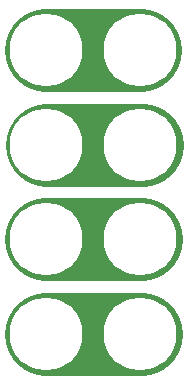
<source format=gto>
%TF.GenerationSoftware,KiCad,Pcbnew,4.0.5-e0-6337~49~ubuntu16.04.1*%
%TF.CreationDate,2017-02-13T23:43:22-08:00*%
%TF.ProjectId,2x4-Cap-Touch-Slider,3278342D4361702D546F7563682D536C,1.0*%
%TF.FileFunction,Legend,Top*%
%FSLAX46Y46*%
G04 Gerber Fmt 4.6, Leading zero omitted, Abs format (unit mm)*
G04 Created by KiCad (PCBNEW 4.0.5-e0-6337~49~ubuntu16.04.1) date Mon Feb 13 23:43:22 2017*
%MOMM*%
%LPD*%
G01*
G04 APERTURE LIST*
%ADD10C,0.350000*%
%ADD11C,7.000000*%
%ADD12C,6.152400*%
G04 APERTURE END LIST*
D10*
D11*
X32816800Y-47399400D02*
X24816800Y-47399400D01*
X32944800Y-55397400D02*
X24944800Y-55397400D01*
X32843200Y-63373000D02*
X24843200Y-63373000D01*
X32843200Y-71399400D02*
X24843200Y-71399400D01*
%LPC*%
D12*
X24816800Y-71399400D03*
X24816800Y-63399400D03*
X24816800Y-55399400D03*
X24816800Y-47399400D03*
X32816800Y-47399400D03*
X32816800Y-55399400D03*
X32816800Y-63399400D03*
X32816800Y-71399400D03*
M02*

</source>
